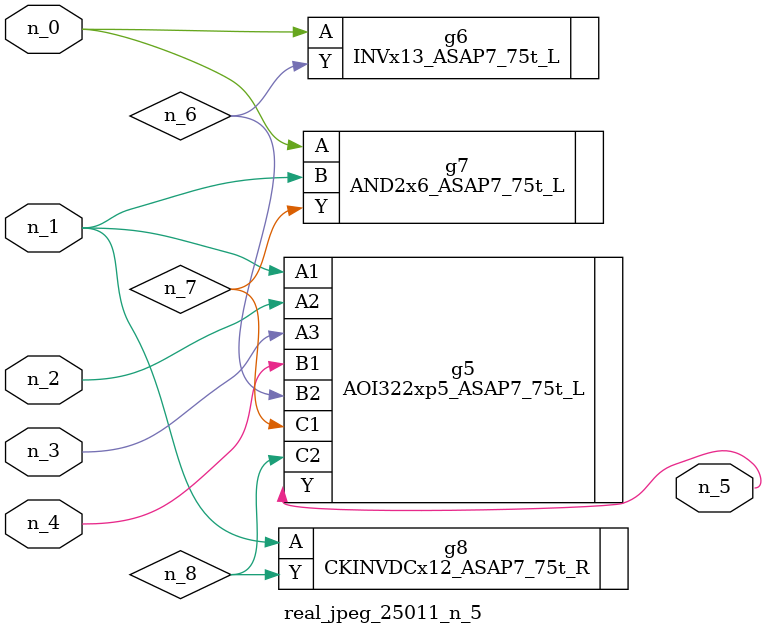
<source format=v>
module real_jpeg_25011_n_5 (n_4, n_0, n_1, n_2, n_3, n_5);

input n_4;
input n_0;
input n_1;
input n_2;
input n_3;

output n_5;

wire n_8;
wire n_6;
wire n_7;

INVx13_ASAP7_75t_L g6 ( 
.A(n_0),
.Y(n_6)
);

AND2x6_ASAP7_75t_L g7 ( 
.A(n_0),
.B(n_1),
.Y(n_7)
);

AOI322xp5_ASAP7_75t_L g5 ( 
.A1(n_1),
.A2(n_2),
.A3(n_3),
.B1(n_4),
.B2(n_6),
.C1(n_7),
.C2(n_8),
.Y(n_5)
);

CKINVDCx12_ASAP7_75t_R g8 ( 
.A(n_1),
.Y(n_8)
);


endmodule
</source>
